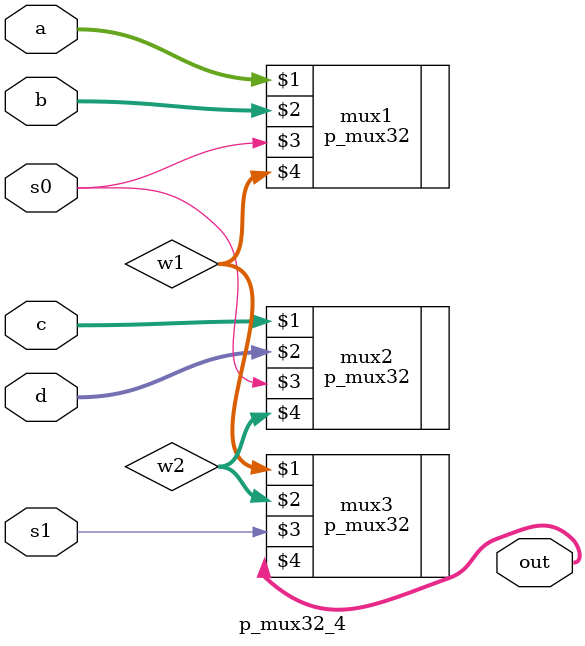
<source format=v>
module p_mux32_4(a,b,c,d,s0,s1,out);
	input [31:0]a,b,c,d;
	input s0,s1;
	output [31:0]out;
	wire [31:0]w1,w2;
	
	p_mux32 mux1(a,b,s0,w1);
	p_mux32 mux2(c,d,s0,w2);
	p_mux32 mux3(w1,w2,s1,out);
endmodule
</source>
